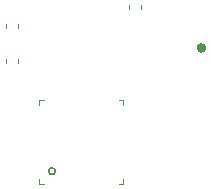
<source format=gto>
G04 #@! TF.GenerationSoftware,KiCad,Pcbnew,5.0.2+dfsg1-1*
G04 #@! TF.CreationDate,2021-01-20T13:30:11+01:00*
G04 #@! TF.ProjectId,edgedriver,65646765-6472-4697-9665-722e6b696361,rev?*
G04 #@! TF.SameCoordinates,Original*
G04 #@! TF.FileFunction,Legend,Top*
G04 #@! TF.FilePolarity,Positive*
%FSLAX46Y46*%
G04 Gerber Fmt 4.6, Leading zero omitted, Abs format (unit mm)*
G04 Created by KiCad (PCBNEW 5.0.2+dfsg1-1) date Wed Jan 20 13:30:11 2021*
%MOMM*%
%LPD*%
G01*
G04 APERTURE LIST*
%ADD10C,0.120000*%
%ADD11C,0.150000*%
%ADD12C,0.400000*%
G04 APERTURE END LIST*
D10*
G04 #@! TO.C,U2*
X-9260000Y14360000D02*
X-8840000Y14360000D01*
X-2140000Y14360000D02*
X-2560000Y14360000D01*
X-2140000Y7240000D02*
X-2560000Y7240000D01*
X-9260000Y7240000D02*
X-9260000Y7660000D01*
X-2140000Y14360000D02*
X-2140000Y13940000D01*
X-9260000Y14360000D02*
X-9260000Y13940000D01*
X-9260000Y7240000D02*
X-8840000Y7240000D01*
X-2140000Y7240000D02*
X-2140000Y7660000D01*
D11*
X-7917157Y8300000D02*
G75*
G03X-7917157Y8300000I-282843J0D01*
G01*
D10*
G04 #@! TO.C,C9*
X-12110000Y17762779D02*
X-12110000Y17437221D01*
X-11090000Y17762779D02*
X-11090000Y17437221D01*
G04 #@! TO.C,C2*
X-690000Y22362779D02*
X-690000Y22037221D01*
X-1710000Y22362779D02*
X-1710000Y22037221D01*
G04 #@! TO.C,C4*
X-11090000Y20437221D02*
X-11090000Y20762779D01*
X-12110000Y20437221D02*
X-12110000Y20762779D01*
D12*
G04 #@! TO.C,U4*
X4650000Y18737500D02*
G75*
G03X4650000Y18737500I-200000J0D01*
G01*
G04 #@! TD*
M02*

</source>
